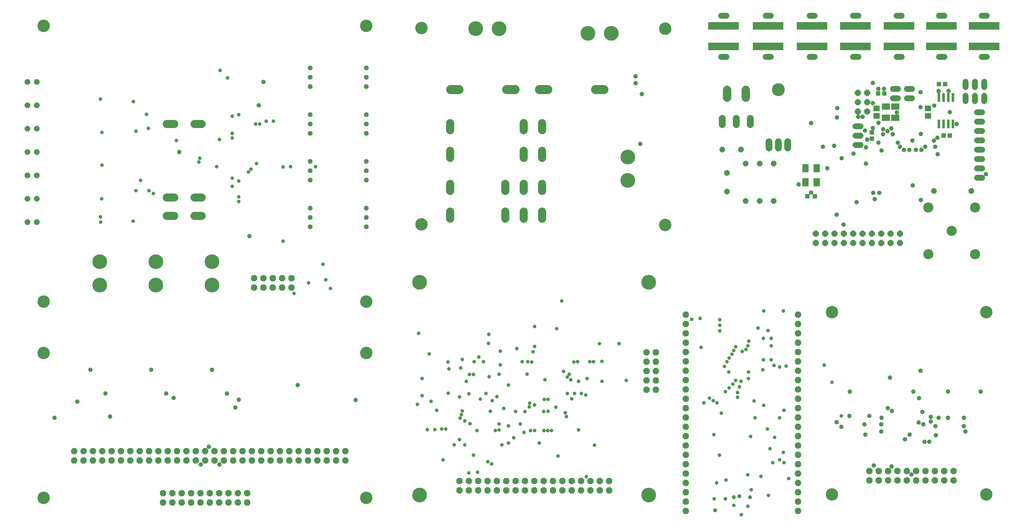
<source format=gbs>
G75*
G70*
%OFA0B0*%
%FSLAX24Y24*%
%IPPOS*%
%LPD*%
%AMOC8*
5,1,8,0,0,1.08239X$1,22.5*
%
%ADD10C,0.1330*%
%ADD11C,0.1580*%
%ADD12C,0.0520*%
%ADD13OC8,0.0600*%
%ADD14C,0.0860*%
%ADD15OC8,0.0680*%
%ADD16C,0.1084*%
%ADD17C,0.0740*%
%ADD18C,0.0905*%
%ADD19R,0.0316X0.0946*%
%ADD20R,0.0710X0.0592*%
%ADD21R,0.0474X0.0513*%
%ADD22C,0.0640*%
%ADD23R,0.0867X0.0671*%
%ADD24OC8,0.0640*%
%ADD25R,0.0513X0.0474*%
%ADD26R,0.0474X0.0474*%
%ADD27R,0.0671X0.0867*%
%ADD28C,0.1380*%
%ADD29C,0.0965*%
%ADD30R,0.3308X0.0789*%
%ADD31C,0.0434*%
%ADD32C,0.0476*%
%ADD33C,0.0390*%
%ADD34C,0.0480*%
%ADD35C,0.0440*%
D10*
X002830Y002680D03*
X002830Y018180D03*
X002830Y023680D03*
X037330Y023680D03*
X037330Y018180D03*
X043220Y031950D03*
X069265Y031880D03*
X087130Y022530D03*
X103630Y022530D03*
X103630Y003030D03*
X087130Y003030D03*
X037330Y002680D03*
X037330Y053180D03*
X043220Y052950D03*
X069265Y052880D03*
X002830Y053180D03*
D11*
X049015Y052880D03*
X051515Y052880D03*
X061015Y052380D03*
X063515Y052380D03*
X065265Y039130D03*
X065265Y036630D03*
X067530Y025730D03*
X043030Y025730D03*
X020830Y025430D03*
X020830Y027930D03*
X014830Y027930D03*
X014830Y025430D03*
X008830Y025430D03*
X008830Y027930D03*
X043030Y002980D03*
X067530Y002980D03*
D12*
X037330Y031680D03*
X037330Y032680D03*
X037330Y033680D03*
X037330Y036680D03*
X037330Y037680D03*
X037330Y038680D03*
X037330Y041680D03*
X037330Y042680D03*
X037330Y043680D03*
X037330Y046680D03*
X037330Y047680D03*
X037330Y048680D03*
X031330Y048680D03*
X031330Y047680D03*
X031330Y046680D03*
X031330Y043680D03*
X031330Y042680D03*
X031330Y041680D03*
X031330Y038680D03*
X031330Y037680D03*
X031330Y036680D03*
X031330Y033680D03*
X031330Y032680D03*
X031330Y031680D03*
D13*
X002080Y032180D03*
X001080Y032180D03*
X001080Y034680D03*
X002080Y034680D03*
X002080Y037180D03*
X001080Y037180D03*
X001080Y039680D03*
X002080Y039680D03*
X002080Y042180D03*
X001080Y042180D03*
X001080Y044680D03*
X002080Y044680D03*
X002080Y047180D03*
X001080Y047180D03*
X075380Y039930D03*
X077380Y039930D03*
X077880Y038430D03*
X079380Y038430D03*
X080880Y038430D03*
X075880Y037430D03*
X075880Y035430D03*
X077880Y034430D03*
X079380Y034430D03*
X080880Y034430D03*
X098012Y035489D03*
X102012Y035489D03*
D14*
X056105Y035490D02*
X056105Y036270D01*
X054135Y036270D02*
X054135Y035490D01*
X052175Y035490D02*
X052175Y036270D01*
X052175Y033320D02*
X052175Y032540D01*
X054135Y032540D02*
X054135Y033320D01*
X056105Y033320D02*
X056105Y032540D01*
X046265Y032540D02*
X046265Y033320D01*
X046265Y035490D02*
X046265Y036270D01*
X046265Y039040D02*
X046265Y039820D01*
X046265Y041990D02*
X046265Y042770D01*
X054135Y042770D02*
X054135Y041990D01*
X056105Y041990D02*
X056105Y042770D01*
X056105Y039820D02*
X056105Y039040D01*
X054135Y039040D02*
X054135Y039820D01*
X019720Y042680D02*
X018940Y042680D01*
X016770Y042680D02*
X015990Y042680D01*
X015990Y034810D02*
X016770Y034810D01*
X018940Y034810D02*
X019720Y034810D01*
X019720Y032840D02*
X018940Y032840D01*
X016770Y032840D02*
X015990Y032840D01*
D15*
X025330Y026180D03*
X026330Y026180D03*
X027330Y026180D03*
X028330Y026180D03*
X029330Y026180D03*
X029330Y025180D03*
X028330Y025180D03*
X027330Y025180D03*
X026330Y025180D03*
X025330Y025180D03*
X025080Y007680D03*
X024080Y007680D03*
X023080Y007680D03*
X022080Y007680D03*
X021080Y007680D03*
X020080Y007680D03*
X019080Y007680D03*
X018080Y007680D03*
X017080Y007680D03*
X016080Y007680D03*
X015080Y007680D03*
X014080Y007680D03*
X013080Y007680D03*
X012080Y007680D03*
X011080Y007680D03*
X010080Y007680D03*
X009080Y007680D03*
X008080Y007680D03*
X007080Y007680D03*
X006080Y007680D03*
X006080Y006680D03*
X007080Y006680D03*
X008080Y006680D03*
X009080Y006680D03*
X010080Y006680D03*
X011080Y006680D03*
X012080Y006680D03*
X013080Y006680D03*
X014080Y006680D03*
X015080Y006680D03*
X016080Y006680D03*
X017080Y006680D03*
X018080Y006680D03*
X019080Y006680D03*
X020080Y006680D03*
X021080Y006680D03*
X022080Y006680D03*
X023080Y006680D03*
X024080Y006680D03*
X025080Y006680D03*
X026080Y006680D03*
X027080Y006680D03*
X028080Y006680D03*
X029080Y006680D03*
X030080Y006680D03*
X031080Y006680D03*
X032080Y006680D03*
X033080Y006680D03*
X034080Y006680D03*
X035080Y006680D03*
X035080Y007680D03*
X034080Y007680D03*
X033080Y007680D03*
X032080Y007680D03*
X031080Y007680D03*
X030080Y007680D03*
X029080Y007680D03*
X028080Y007680D03*
X027080Y007680D03*
X026080Y007680D03*
X024580Y003180D03*
X023580Y003180D03*
X022580Y003180D03*
X021580Y003180D03*
X020580Y003180D03*
X019580Y003180D03*
X018580Y003180D03*
X017580Y003180D03*
X016580Y003180D03*
X015580Y003180D03*
X015580Y002180D03*
X016580Y002180D03*
X017580Y002180D03*
X018580Y002180D03*
X019580Y002180D03*
X020580Y002180D03*
X021580Y002180D03*
X022580Y002180D03*
X023580Y002180D03*
X024580Y002180D03*
X047280Y003480D03*
X047280Y004480D03*
X048280Y004480D03*
X048280Y003480D03*
X049280Y003480D03*
X049280Y004480D03*
X050280Y004480D03*
X050280Y003480D03*
X051280Y003480D03*
X051280Y004480D03*
X052280Y004480D03*
X052280Y003480D03*
X053280Y003480D03*
X053280Y004480D03*
X054280Y004480D03*
X055280Y004480D03*
X055280Y003480D03*
X054280Y003480D03*
X056280Y003480D03*
X056280Y004480D03*
X057280Y004480D03*
X057280Y003480D03*
X058280Y003480D03*
X058280Y004480D03*
X059280Y004480D03*
X059280Y003480D03*
X060280Y003480D03*
X060280Y004480D03*
X061280Y004480D03*
X061280Y003480D03*
X062280Y003480D03*
X062280Y004480D03*
X063280Y004480D03*
X063280Y003480D03*
X071480Y003280D03*
X071480Y002280D03*
X071480Y001280D03*
X071480Y004280D03*
X071480Y005280D03*
X071480Y006280D03*
X071480Y007280D03*
X071480Y008280D03*
X071480Y009280D03*
X071480Y010280D03*
X071480Y011280D03*
X071480Y012280D03*
X071480Y013280D03*
X071480Y014280D03*
X071480Y015280D03*
X071480Y016280D03*
X071480Y017280D03*
X071480Y018280D03*
X071480Y019280D03*
X071480Y020280D03*
X071480Y021280D03*
X071480Y022280D03*
X068280Y018230D03*
X067280Y018230D03*
X067280Y017230D03*
X068280Y017230D03*
X068280Y016230D03*
X068280Y015230D03*
X067280Y015230D03*
X067280Y016230D03*
X067280Y014230D03*
X068280Y014230D03*
X083480Y014280D03*
X083480Y013280D03*
X083480Y012280D03*
X083480Y011280D03*
X083480Y010280D03*
X083480Y009280D03*
X083480Y008280D03*
X083480Y007280D03*
X083480Y006280D03*
X083480Y005280D03*
X083480Y004280D03*
X083480Y003280D03*
X083480Y002280D03*
X083480Y001280D03*
X091130Y004530D03*
X091130Y005530D03*
X092130Y005530D03*
X092130Y004530D03*
X093130Y004530D03*
X093130Y005530D03*
X094130Y005530D03*
X094130Y004530D03*
X095130Y004530D03*
X095130Y005530D03*
X096130Y005530D03*
X096130Y004530D03*
X097130Y004530D03*
X097130Y005530D03*
X098130Y005530D03*
X098130Y004530D03*
X099130Y004530D03*
X099130Y005530D03*
X100130Y005530D03*
X100130Y004530D03*
X083480Y015280D03*
X083480Y016280D03*
X083480Y017280D03*
X083480Y018280D03*
X083480Y019280D03*
X083480Y020280D03*
X083480Y021280D03*
X083480Y022280D03*
D16*
X097420Y028741D03*
X099920Y031241D03*
X102420Y028741D03*
X102420Y033741D03*
X097420Y033741D03*
D17*
X082380Y040100D02*
X082380Y040760D01*
X081380Y040760D02*
X081380Y040100D01*
X080380Y040100D02*
X080380Y040760D01*
X078380Y042600D02*
X078380Y043260D01*
X076880Y043260D02*
X076880Y042600D01*
X075380Y042600D02*
X075380Y043260D01*
D18*
X075880Y045518D02*
X075880Y046343D01*
X077880Y046343D02*
X077880Y045518D01*
D19*
X098558Y045500D03*
X099058Y045500D03*
X099558Y045500D03*
X100058Y045500D03*
X100058Y042675D03*
X099558Y042675D03*
X099058Y042675D03*
X098558Y042675D03*
D20*
X097380Y043536D03*
X097380Y044324D03*
X091880Y044324D03*
X091880Y043536D03*
D21*
X092045Y045930D03*
X092715Y045930D03*
X098545Y046930D03*
X099215Y046930D03*
X099045Y041430D03*
X099715Y041430D03*
D22*
X102600Y040930D02*
X103160Y040930D01*
X103160Y041930D02*
X102600Y041930D01*
X102600Y042930D02*
X103160Y042930D01*
X103160Y043930D02*
X102600Y043930D01*
X102380Y045150D02*
X102380Y045710D01*
X101380Y045710D02*
X101380Y045150D01*
X103380Y045150D02*
X103380Y045710D01*
X103380Y046650D02*
X103380Y047210D01*
X102380Y047210D02*
X102380Y046650D01*
X101380Y046650D02*
X101380Y047210D01*
X103100Y049880D02*
X103660Y049880D01*
X099110Y049880D02*
X098550Y049880D01*
X094560Y049880D02*
X094000Y049880D01*
X089910Y049880D02*
X089350Y049880D01*
X085260Y049880D02*
X084700Y049880D01*
X080560Y049880D02*
X080000Y049880D01*
X075810Y049880D02*
X075250Y049880D01*
X075250Y054280D02*
X075810Y054280D01*
X080000Y054280D02*
X080560Y054280D01*
X084700Y054280D02*
X085260Y054280D01*
X089350Y054280D02*
X089910Y054280D01*
X094000Y054280D02*
X094560Y054280D01*
X098550Y054280D02*
X099110Y054280D01*
X103100Y054280D02*
X103660Y054280D01*
X095660Y046430D02*
X095100Y046430D01*
X094160Y046430D02*
X093600Y046430D01*
X093600Y045430D02*
X094160Y045430D01*
X095100Y045430D02*
X095660Y045430D01*
X090160Y042430D02*
X089600Y042430D01*
X089600Y041430D02*
X090160Y041430D01*
X090160Y040430D02*
X089600Y040430D01*
X102600Y039930D02*
X103160Y039930D01*
X103160Y038930D02*
X102600Y038930D01*
X102600Y037930D02*
X103160Y037930D01*
X103160Y036930D02*
X102600Y036930D01*
D23*
X093880Y043339D03*
X092880Y043339D03*
X092880Y044521D03*
X093880Y044521D03*
D24*
X090890Y044998D03*
X089890Y044998D03*
X089890Y045998D03*
X090890Y045998D03*
X090890Y043998D03*
X089890Y043998D03*
X090380Y030930D03*
X089380Y030930D03*
X088380Y030930D03*
X087380Y030930D03*
X086380Y030930D03*
X085380Y030930D03*
X085380Y029930D03*
X086380Y029930D03*
X087380Y029930D03*
X088380Y029930D03*
X089380Y029930D03*
X090380Y029930D03*
X091380Y029930D03*
X092380Y029930D03*
X093380Y029930D03*
X094380Y029930D03*
X094380Y030930D03*
X093380Y030930D03*
X092380Y030930D03*
X091380Y030930D03*
D25*
X091380Y041095D03*
X091380Y041765D03*
D26*
X085274Y034930D03*
X084486Y034930D03*
D27*
X084289Y036430D03*
X085471Y036430D03*
X085471Y037930D03*
X084289Y037930D03*
D28*
X081380Y046330D03*
D29*
X062708Y046380D02*
X061823Y046380D01*
X056708Y046380D02*
X055823Y046380D01*
X053208Y046380D02*
X052323Y046380D01*
X047208Y046380D02*
X046323Y046380D01*
D30*
X075530Y050978D03*
X075530Y053182D03*
X080280Y053182D03*
X080280Y050978D03*
X084980Y050978D03*
X084980Y053182D03*
X089630Y053182D03*
X089630Y050978D03*
X094280Y050978D03*
X094280Y053182D03*
X098830Y053182D03*
X098830Y050978D03*
X103380Y050978D03*
X103380Y053182D03*
D31*
X078346Y002730D03*
X076614Y002730D03*
D32*
X024830Y030680D03*
X017330Y039680D03*
X025830Y044680D03*
X026330Y047180D03*
D33*
X022490Y047620D03*
X021690Y048420D03*
X013810Y043700D03*
X012430Y045080D03*
X008870Y045340D03*
X014010Y042220D03*
X012690Y041920D03*
X009050Y041780D03*
X009050Y038280D03*
X013190Y036640D03*
X012690Y035540D03*
X014090Y035540D03*
X014550Y035240D03*
X012390Y032280D03*
X008930Y032180D03*
X008870Y032740D03*
X009030Y034680D03*
X019430Y038600D03*
X019530Y039000D03*
X021330Y038100D03*
X022990Y036860D03*
X023670Y036560D03*
X022990Y036000D03*
X023670Y034860D03*
X023670Y034360D03*
X024730Y037540D03*
X024990Y037840D03*
X025590Y038440D03*
X028410Y038080D03*
X029230Y038120D03*
X031890Y038120D03*
X027370Y042980D03*
X026630Y042980D03*
X025910Y042680D03*
X025490Y042680D03*
X023670Y043680D03*
X022990Y043500D03*
X022990Y041680D03*
X022990Y041180D03*
X021630Y041000D03*
X017030Y040900D03*
X028410Y030140D03*
X032690Y027680D03*
X032970Y026020D03*
X031150Y025680D03*
X029590Y024540D03*
X033490Y025080D03*
X042930Y020260D03*
X044050Y018060D03*
X046050Y017190D03*
X046140Y016460D03*
X047420Y016580D03*
X048360Y015880D03*
X048780Y015880D03*
X048030Y015140D03*
X050460Y015630D03*
X051530Y015920D03*
X051640Y016920D03*
X051640Y018360D03*
X050390Y019210D03*
X050400Y020160D03*
X053400Y018630D03*
X055160Y018300D03*
X055300Y018880D03*
X055030Y017200D03*
X054590Y017230D03*
X053980Y017230D03*
X054530Y015920D03*
X056420Y015300D03*
X058420Y016210D03*
X059030Y015920D03*
X058800Y015590D03*
X059190Y015300D03*
X060030Y015140D03*
X060930Y015430D03*
X062530Y015140D03*
X062530Y017270D03*
X061610Y017230D03*
X061200Y017230D03*
X059910Y017240D03*
X059520Y017200D03*
X062240Y019170D03*
X064340Y019170D03*
X057690Y020770D03*
X055300Y020990D03*
X058230Y023730D03*
X049340Y017730D03*
X048840Y017230D03*
X049840Y017230D03*
X047580Y017480D03*
X043280Y015450D03*
X043280Y013590D03*
X044260Y013020D03*
X042780Y012660D03*
X044840Y012030D03*
X047360Y011190D03*
X047470Y011580D03*
X047580Y011970D03*
X047850Y010900D03*
X048420Y010610D03*
X049150Y009880D03*
X051100Y009880D03*
X051530Y009950D03*
X051530Y010580D03*
X052530Y010380D03*
X053780Y010580D03*
X054170Y009680D03*
X054890Y009880D03*
X055310Y009870D03*
X056300Y009870D03*
X056700Y009880D03*
X057110Y009880D03*
X055830Y008530D03*
X057820Y007140D03*
X061710Y008290D03*
X060030Y009950D03*
X058710Y011370D03*
X058580Y011760D03*
X057580Y012360D03*
X056740Y011930D03*
X056280Y011890D03*
X055330Y012610D03*
X054780Y012800D03*
X054760Y012410D03*
X054280Y011890D03*
X053280Y011900D03*
X052030Y012230D03*
X050590Y011930D03*
X050780Y013070D03*
X051280Y013510D03*
X050130Y013830D03*
X049530Y013230D03*
X048280Y013820D03*
X047280Y013480D03*
X046090Y013870D03*
X052530Y014730D03*
X056350Y013220D03*
X056740Y013200D03*
X058800Y013830D03*
X059280Y013280D03*
X059570Y013830D03*
X060320Y013830D03*
X060780Y013680D03*
X065120Y015230D03*
X073130Y018780D03*
X075130Y020530D03*
X075130Y021130D03*
X075130Y021730D03*
X073030Y021880D03*
X072130Y021780D03*
X076830Y018830D03*
X076630Y018430D03*
X076430Y018030D03*
X076130Y017630D03*
X075880Y017230D03*
X075630Y016730D03*
X076080Y016130D03*
X076830Y015230D03*
X076530Y014830D03*
X076130Y014430D03*
X075730Y014030D03*
X077030Y013930D03*
X077030Y013430D03*
X077230Y014530D03*
X077380Y015130D03*
X078180Y015430D03*
X078180Y016130D03*
X079730Y016380D03*
X079780Y017430D03*
X080630Y017430D03*
X080930Y016830D03*
X081530Y016680D03*
X082230Y016780D03*
X080630Y018930D03*
X080630Y019730D03*
X079780Y019730D03*
X080280Y020580D03*
X079230Y020830D03*
X078230Y019430D03*
X078130Y018930D03*
X077930Y018530D03*
X077530Y018330D03*
X079830Y022680D03*
X081930Y022680D03*
X086280Y016880D03*
X087130Y015030D03*
X081980Y012030D03*
X081530Y011230D03*
X079830Y012580D03*
X078780Y013030D03*
X078880Y011230D03*
X080230Y010030D03*
X080980Y009130D03*
X080480Y007930D03*
X081930Y007530D03*
X081530Y006730D03*
X081980Y006430D03*
X080780Y006430D03*
X078130Y005130D03*
X079530Y004980D03*
X078480Y003530D03*
X080330Y002930D03*
X078130Y001780D03*
X076630Y001880D03*
X075730Y002580D03*
X074530Y002580D03*
X074780Y004280D03*
X075780Y004580D03*
X075080Y007230D03*
X074480Y009430D03*
X075280Y011730D03*
X074830Y012830D03*
X074430Y013080D03*
X074030Y013330D03*
X073430Y012830D03*
X078430Y009230D03*
X082480Y004730D03*
X077430Y000880D03*
X060850Y004930D03*
X053090Y009110D03*
X052510Y008530D03*
X051830Y008330D03*
X050710Y006320D03*
X050320Y006540D03*
X049200Y005420D03*
X048280Y005330D03*
X048780Y007230D03*
X047850Y008330D03*
X047280Y008910D03*
X046700Y008330D03*
X045530Y006730D03*
X045390Y010050D03*
X045800Y010050D03*
X044640Y009980D03*
X043850Y009980D03*
X088130Y011430D03*
D34*
X087630Y010780D03*
X088130Y010280D03*
X088980Y011430D03*
X090580Y010530D03*
X092380Y010530D03*
X092380Y009780D03*
X090680Y009430D03*
X091130Y011430D03*
X092430Y011230D03*
X093080Y012280D03*
X093530Y011980D03*
X096380Y010730D03*
X096880Y010530D03*
X097680Y010830D03*
X097680Y011330D03*
X098530Y011230D03*
X099530Y011230D03*
X098180Y010330D03*
X098230Y009380D03*
X097530Y008680D03*
X097030Y008680D03*
X095430Y009430D03*
X094930Y008930D03*
X093480Y006030D03*
X091580Y006130D03*
X095630Y005180D03*
X101380Y009780D03*
X101230Y010330D03*
X101230Y011230D03*
X099530Y014030D03*
X096430Y013330D03*
X095830Y014030D03*
X093330Y015530D03*
X096580Y016280D03*
X103030Y014030D03*
X096780Y011880D03*
X089030Y014030D03*
X088350Y031910D03*
X087610Y032970D03*
X089740Y034310D03*
X091690Y034650D03*
X091530Y035310D03*
X092170Y035310D03*
X095740Y036100D03*
X096610Y034550D03*
X090750Y038430D03*
X089410Y039510D03*
X090760Y040170D03*
X092080Y040670D03*
X092410Y039830D03*
X094150Y040670D03*
X094390Y040230D03*
X094830Y039900D03*
X095380Y039900D03*
X096070Y039900D03*
X096670Y039900D03*
X097090Y040230D03*
X098140Y040230D03*
X098410Y039450D03*
X098020Y040890D03*
X098370Y041220D03*
X096630Y041600D03*
X095710Y040890D03*
X093630Y041560D03*
X093050Y041920D03*
X092590Y042110D03*
X092590Y041560D03*
X093450Y042220D03*
X092070Y042790D03*
X091490Y042250D03*
X090660Y041980D03*
X090870Y041000D03*
X087340Y040350D03*
X086150Y040250D03*
X088150Y039020D03*
X086610Y037950D03*
X083540Y036190D03*
X084880Y035330D03*
X084880Y042780D03*
X087650Y043360D03*
X087670Y044360D03*
X089910Y043430D03*
X090390Y043440D03*
X091480Y044890D03*
X092090Y046430D03*
X092680Y046430D03*
X091470Y047070D03*
X096590Y046080D03*
X098530Y046220D03*
X099590Y046220D03*
X098040Y044650D03*
X099730Y043930D03*
X100460Y042670D03*
X096580Y044480D03*
X094060Y043920D03*
X103570Y037320D03*
X066615Y040530D03*
X066765Y045880D03*
X066115Y047030D03*
X066115Y047780D03*
X020830Y016380D03*
X022430Y013830D03*
X023680Y013180D03*
X023330Y012330D03*
X016730Y013380D03*
X015930Y013830D03*
X014330Y016380D03*
X009430Y013830D03*
X006430Y012980D03*
X003980Y011230D03*
X009930Y011380D03*
X007830Y016380D03*
X020480Y008130D03*
X019630Y006230D03*
X021630Y006230D03*
X036180Y013130D03*
X029980Y014730D03*
D35*
X074630Y001330D03*
X077230Y002830D03*
M02*

</source>
